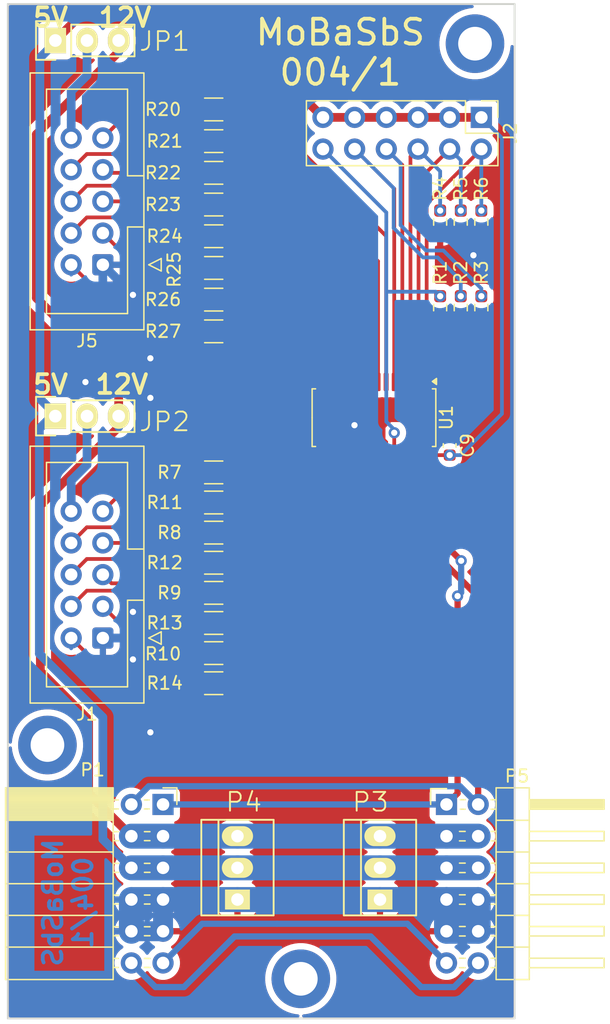
<source format=kicad_pcb>
(kicad_pcb (version 20241229) (generator "pcbnew") (generator_version "9.0")
  (title_block (title "µProzessor-ATMEGA8") (date "2019-03-04") (rev "1") (comment 2 "MoBaSbS-004") (comment 3 "µProzessor Board-ATMEGA8") (comment 4 "MoBaSbS"))
  (layers (0 "F.Cu" signal) (2 "B.Cu" signal) (13 "F.Paste" user) (15 "B.Paste" user) (5 "F.SilkS" user "F.Silkscreen") (7 "B.SilkS" user "B.Silkscreen") (1 "F.Mask" user) (3 "B.Mask" user) (25 "Edge.Cuts" user))
  (net 0 "")
  (net 1 "+5V")
  (net 2 "GND")
  (net 6 "/LED_8")
  (net 7 "/LED_15")
  (net 8 "+12V")
  (net 9 "/LED_14")
  (net 10 "/LED_11")
  (net 11 "/LED_12")
  (net 12 "/LED_9")
  (net 13 "Net-(J1-Pin_10)")
  (net 14 "/LED_10")
  (net 15 "/LED_13")
  (net 16 "Net-(J2-Pin_2)")
  (net 17 "Net-(J2-Pin_12)")
  (net 18 "Net-(J2-Pin_8)")
  (net 19 "Net-(J2-Pin_4)")
  (net 20 "Net-(J2-Pin_6)")
  (net 21 "Net-(J2-Pin_10)")
  (net 22 "/LED_6")
  (net 23 "/LED_3")
  (net 24 "/LED_1")
  (net 25 "/LED_2")
  (net 26 "/LED_7")
  (net 27 "/LED_4")
  (net 28 "/LED_0")
  (net 29 "Net-(J5-Pin_10)")
  (net 30 "/LED_5")
  (net 31 "/I2C_SDA")
  (net 32 "Net-(P1-Pin_11)")
  (net 33 "/I2C_SCL")
  (net 34 "Net-(P1-Pin_12)")
  (net 35 "Net-(U1-LED14)")
  (net 36 "Net-(U1-LED9)")
  (net 37 "Net-(U1-LED11)")
  (net 38 "Net-(U1-LED13)")
  (net 39 "Net-(U1-LED15)")
  (net 40 "Net-(U1-LED0)")
  (net 41 "Net-(U1-LED1)")
  (net 42 "Net-(U1-LED2)")
  (net 43 "Net-(U1-LED3)")
  (net 44 "Net-(U1-LED4)")
  (net 45 "Net-(U1-LED5)")
  (net 46 "Net-(U1-LED6)")
  (net 47 "Net-(U1-LED7)")
  (net 48 "Net-(U1-LED10)")
  (net 50 "Net-(U1-LED8)")
  (net 51 "Net-(U1-LED12)")
  (footprint "Connector_IDC:IDC-Header_2x05_P2.54mm_Vertical" (layer "F.Cu") (at 96.266 135.255 180)
    (property "Reference" "J1" (at 1.27 -6.1 0) (layer "F.SilkS"))
    (property "Value" "Conn_02x05_Counter_Clockwise" (hide yes))
    (pad "1" thru_hole roundrect (at 0 0 180) (size 1.7 1.7) (drill 1) (layers "*.Cu" "*.Mask") (roundrect_rratio 0.147059) (net 2 "GND"))
    (pad "2" thru_hole circle (at 2.54 0 180) (size 1.7 1.7) (drill 1) (layers "*.Cu" "*.Mask") (net 6 "/LED_8"))
    (pad "3" thru_hole circle (at 0 2.54 180) (size 1.7 1.7) (drill 1) (layers "*.Cu" "*.Mask") (net 12 "/LED_9"))
    (pad "4" thru_hole circle (at 2.54 2.54 180) (size 1.7 1.7) (drill 1) (layers "*.Cu" "*.Mask") (net 14 "/LED_10"))
    (pad "5" thru_hole circle (at 0 5.08 180) (size 1.7 1.7) (drill 1) (layers "*.Cu" "*.Mask") (net 10 "/LED_11"))
    (pad "6" thru_hole circle (at 2.54 5.08 180) (size 1.7 1.7) (drill 1) (layers "*.Cu" "*.Mask") (net 11 "/LED_12"))
    (pad "7" thru_hole circle (at 0 7.62 180) (size 1.7 1.7) (drill 1) (layers "*.Cu" "*.Mask") (net 15 "/LED_13"))
    (pad "8" thru_hole circle (at 2.54 7.62 180) (size 1.7 1.7) (drill 1) (layers "*.Cu" "*.Mask") (net 9 "/LED_14"))
    (pad "9" thru_hole circle (at 0 10.16 180) (size 1.7 1.7) (drill 1) (layers "*.Cu" "*.Mask") (net 7 "/LED_15"))
    (pad "10" thru_hole circle (at 2.54 10.16 180) (size 1.7 1.7) (drill 1) (layers "*.Cu" "*.Mask") (net 13 "Net-(J1-Pin_10)"))
  )
  (footprint "Connector_PinHeader_2.54mm:PinHeader_2x06_P2.54mm_Vertical" (layer "F.Cu") (at 126.619 93.5355 -90)
    (property "Reference" "J2" (at 1.27 -2.33 90) (layer "F.SilkS"))
    (property "Value" "Conn_02x06_Odd_Even" (hide yes))
    (pad "1" thru_hole rect (at 0 0 270) (size 1.7 1.7) (drill 1) (layers "*.Cu" "*.Mask") (net 1 "+5V"))
    (pad "2" thru_hole oval (at 2.54 0 270) (size 1.7 1.7) (drill 1) (layers "*.Cu" "*.Mask") (net 16 "Net-(J2-Pin_2)"))
    (pad "3" thru_hole oval (at 0 2.54 270) (size 1.7 1.7) (drill 1) (layers "*.Cu" "*.Mask") (net 1 "+5V"))
    (pad "4" thru_hole oval (at 2.54 2.54 270) (size 1.7 1.7) (drill 1) (layers "*.Cu" "*.Mask") (net 19 "Net-(J2-Pin_4)"))
    (pad "5" thru_hole oval (at 0 5.08 270) (size 1.7 1.7) (drill 1) (layers "*.Cu" "*.Mask") (net 1 "+5V"))
    (pad "6" thru_hole oval (at 2.54 5.08 270) (size 1.7 1.7) (drill 1) (layers "*.Cu" "*.Mask") (net 20 "Net-(J2-Pin_6)"))
    (pad "7" thru_hole oval (at 0 7.62 270) (size 1.7 1.7) (drill 1) (layers "*.Cu" "*.Mask") (net 1 "+5V"))
    (pad "8" thru_hole oval (at 2.54 7.62 270) (size 1.7 1.7) (drill 1) (layers "*.Cu" "*.Mask") (net 18 "Net-(J2-Pin_8)"))
    (pad "9" thru_hole oval (at 0 10.16 270) (size 1.7 1.7) (drill 1) (layers "*.Cu" "*.Mask") (net 1 "+5V"))
    (pad "10" thru_hole oval (at 2.54 10.16 270) (size 1.7 1.7) (drill 1) (layers "*.Cu" "*.Mask") (net 21 "Net-(J2-Pin_10)"))
    (pad "11" thru_hole oval (at 0 12.7 270) (size 1.7 1.7) (drill 1) (layers "*.Cu" "*.Mask") (net 1 "+5V"))
    (pad "12" thru_hole oval (at 2.54 12.7 270) (size 1.7 1.7) (drill 1) (layers "*.Cu" "*.Mask") (net 17 "Net-(J2-Pin_12)"))
  )
  (footprint "Connector_PinSocket_2.54mm:PinSocket_2x06_P2.54mm_Horizontal" (layer "F.Cu") (at 101.092 148.59)
    (property "Reference" "P1" (at -5.65 -2.77 0) (layer "F.SilkS"))
    (property "Value" "2x5_Buchse")
    (pad "1" thru_hole rect (at 0 0) (size 1.7 1.7) (drill 1) (layers "*.Cu" "*.Mask") (net 31 "/I2C_SDA"))
    (pad "2" thru_hole oval (at -2.54 0) (size 1.7 1.7) (drill 1) (layers "*.Cu" "*.Mask") (net 33 "/I2C_SCL"))
    (pad "3" thru_hole oval (at 0 2.54) (size 1.7 1.7) (drill 1) (layers "*.Cu" "*.Mask") (net 8 "+12V"))
    (pad "4" thru_hole oval (at -2.54 2.54) (size 1.7 1.7) (drill 1) (layers "*.Cu" "*.Mask") (net 8 "+12V"))
    (pad "5" thru_hole oval (at 0 5.08) (size 1.7 1.7) (drill 1) (layers "*.Cu" "*.Mask") (net 1 "+5V"))
    (pad "6" thru_hole oval (at -2.54 5.08) (size 1.7 1.7) (drill 1) (layers "*.Cu" "*.Mask") (net 1 "+5V"))
    (pad "7" thru_hole oval (at 0 7.62) (size 1.7 1.7) (drill 1) (layers "*.Cu" "*.Mask") (net 2 "GND"))
    (pad "8" thru_hole oval (at -2.54 7.62) (size 1.7 1.7) (drill 1) (layers "*.Cu" "*.Mask") (net 2 "GND"))
    (pad "9" thru_hole oval (at 0 10.16) (size 1.7 1.7) (drill 1) (layers "*.Cu" "*.Mask") (net 2 "GND"))
    (pad "10" thru_hole oval (at -2.54 10.16) (size 1.7 1.7) (drill 1) (layers "*.Cu" "*.Mask") (net 2 "GND"))
    (pad "11" thru_hole oval (at 0 12.7) (size 1.7 1.7) (drill 1) (layers "*.Cu" "*.Mask") (net 32 "Net-(P1-Pin_11)"))
    (pad "12" thru_hole oval (at -2.54 12.7) (size 1.7 1.7) (drill 1) (layers "*.Cu" "*.Mask") (net 34 "Net-(P1-Pin_12)"))
  )
  (footprint "Resistor_SMD:R_1206_3216Metric_Pad1.30x1.75mm_HandSolder" (layer "F.Cu") (at 105.156 136.4615)
    (property "Reference" "R10" (at -4.064 0.0635 0) (layer "F.SilkS"))
    (property "Value" "R" (hide yes))
    (pad "1" smd roundrect (at -1.55 0) (size 1.3 1.75) (layers "F.Cu" "F.Mask" "F.Paste") (roundrect_rratio 0.192308) (net 12 "/LED_9"))
    (pad "2" smd roundrect (at 1.55 0) (size 1.3 1.75) (layers "F.Cu" "F.Mask" "F.Paste") (roundrect_rratio 0.192308) (net 35 "Net-(U1-LED14)"))
  )
  (footprint "Resistor_SMD:R_1206_3216Metric_Pad1.30x1.75mm_HandSolder" (layer "F.Cu") (at 105.156 124.3965)
    (property "Reference" "R11" (at -3.937 0 0) (layer "F.SilkS"))
    (property "Value" "R" (hide yes))
    (pad "1" smd roundrect (at -1.55 0) (size 1.3 1.75) (layers "F.Cu" "F.Mask" "F.Paste") (roundrect_rratio 0.192308) (net 9 "/LED_14"))
    (pad "2" smd roundrect (at 1.55 0) (size 1.3 1.75) (layers "F.Cu" "F.Mask" "F.Paste") (roundrect_rratio 0.192308) (net 36 "Net-(U1-LED9)"))
  )
  (footprint "Resistor_SMD:R_1206_3216Metric_Pad1.30x1.75mm_HandSolder" (layer "F.Cu") (at 105.156 129.2225)
    (property "Reference" "R12" (at -3.937 0 0) (layer "F.SilkS"))
    (property "Value" "R" (hide yes))
    (pad "1" smd roundrect (at -1.55 0) (size 1.3 1.75) (layers "F.Cu" "F.Mask" "F.Paste") (roundrect_rratio 0.192308) (net 11 "/LED_12"))
    (pad "2" smd roundrect (at 1.55 0) (size 1.3 1.75) (layers "F.Cu" "F.Mask" "F.Paste") (roundrect_rratio 0.192308) (net 37 "Net-(U1-LED11)"))
  )
  (footprint "Resistor_SMD:R_1206_3216Metric_Pad1.30x1.75mm_HandSolder" (layer "F.Cu") (at 105.156 134.0485)
    (property "Reference" "R13" (at -3.937 0 0) (layer "F.SilkS"))
    (property "Value" "R" (hide yes))
    (pad "1" smd roundrect (at -1.55 0) (size 1.3 1.75) (layers "F.Cu" "F.Mask" "F.Paste") (roundrect_rratio 0.192308) (net 14 "/LED_10"))
    (pad "2" smd roundrect (at 1.55 0) (size 1.3 1.75) (layers "F.Cu" "F.Mask" "F.Paste") (roundrect_rratio 0.192308) (net 38 "Net-(U1-LED13)"))
  )
  (footprint "Resistor_SMD:R_1206_3216Metric_Pad1.30x1.75mm_HandSolder" (layer "F.Cu") (at 105.156 138.8745)
    (property "Reference" "R14" (at -3.937 0 0) (layer "F.SilkS"))
    (property "Value" "R" (hide yes))
    (pad "1" smd roundrect (at -1.55 0) (size 1.3 1.75) (layers "F.Cu" "F.Mask" "F.Paste") (roundrect_rratio 0.192308) (net 6 "/LED_8"))
    (pad "2" smd roundrect (at 1.55 0) (size 1.3 1.75) (layers "F.Cu" "F.Mask" "F.Paste") (roundrect_rratio 0.192308) (net 39 "Net-(U1-LED15)"))
  )
  (footprint "Resistor_SMD:R_1206_3216Metric_Pad1.30x1.75mm_HandSolder" (layer "F.Cu") (at 105.156 92.9005)
    (property "Reference" "R20" (at -4.064 0 0) (layer "F.SilkS"))
    (property "Value" "R" (hide yes))
    (pad "1" smd roundrect (at -1.55 0) (size 1.3 1.75) (layers "F.Cu" "F.Mask" "F.Paste") (roundrect_rratio 0.192308) (net 26 "/LED_7"))
    (pad "2" smd roundrect (at 1.55 0) (size 1.3 1.75) (layers "F.Cu" "F.Mask" "F.Paste") (roundrect_rratio 0.192308) (net 40 "Net-(U1-LED0)"))
  )
  (footprint "Resistor_SMD:R_1206_3216Metric_Pad1.30x1.75mm_HandSolder" (layer "F.Cu") (at 105.156 95.4405)
    (property "Reference" "R21" (at -3.937 0 0) (layer "F.SilkS"))
    (property "Value" "R" (hide yes))
    (pad "1" smd roundrect (at -1.55 0) (size 1.3 1.75) (layers "F.Cu" "F.Mask" "F.Paste") (roundrect_rratio 0.192308) (net 22 "/LED_6"))
    (pad "2" smd roundrect (at 1.55 0) (size 1.3 1.75) (layers "F.Cu" "F.Mask" "F.Paste") (roundrect_rratio 0.192308) (net 41 "Net-(U1-LED1)"))
  )
  (footprint "Resistor_SMD:R_1206_3216Metric_Pad1.30x1.75mm_HandSolder" (layer "F.Cu") (at 105.156 97.9805)
    (property "Reference" "R22" (at -4.064 0 0) (layer "F.SilkS"))
    (property "Value" "R" (hide yes))
    (pad "1" smd roundrect (at -1.55 0) (size 1.3 1.75) (layers "F.Cu" "F.Mask" "F.Paste") (roundrect_rratio 0.192308) (net 30 "/LED_5"))
    (pad "2" smd roundrect (at 1.55 0) (size 1.3 1.75) (layers "F.Cu" "F.Mask" "F.Paste") (roundrect_rratio 0.192308) (net 42 "Net-(U1-LED2)"))
  )
  (footprint "Resistor_SMD:R_1206_3216Metric_Pad1.30x1.75mm_HandSolder" (layer "F.Cu") (at 105.156 100.5205)
    (property "Reference" "R23" (at -4.064 0 0) (layer "F.SilkS"))
    (property "Value" "R" (hide yes))
    (pad "1" smd roundrect (at -1.55 0) (size 1.3 1.75) (layers "F.Cu" "F.Mask" "F.Paste") (roundrect_rratio 0.192308) (net 27 "/LED_4"))
    (pad "2" smd roundrect (at 1.55 0) (size 1.3 1.75) (layers "F.Cu" "F.Mask" "F.Paste") (roundrect_rratio 0.192308) (net 43 "Net-(U1-LED3)"))
  )
  (footprint "Resistor_SMD:R_1206_3216Metric_Pad1.30x1.75mm_HandSolder" (layer "F.Cu") (at 105.156 103.0605)
    (property "Reference" "R24" (at -3.937 0 0) (layer "F.SilkS"))
    (property "Value" "R" (hide yes))
    (pad "1" smd roundrect (at -1.55 0) (size 1.3 1.75) (layers "F.Cu" "F.Mask" "F.Paste") (roundrect_rratio 0.192308) (net 23 "/LED_3"))
    (pad "2" smd roundrect (at 1.55 0) (size 1.3 1.75) (layers "F.Cu" "F.Mask" "F.Paste") (roundrect_rratio 0.192308) (net 44 "Net-(U1-LED4)"))
  )
  (footprint "Resistor_SMD:R_1206_3216Metric_Pad1.30x1.75mm_HandSolder" (layer "F.Cu") (at 105.156 105.6005)
    (property "Reference" "R25" (at -3.175 0.127 90) (layer "F.SilkS"))
    (property "Value" "R" (hide yes))
    (pad "1" smd roundrect (at -1.55 0) (size 1.3 1.75) (layers "F.Cu" "F.Mask" "F.Paste") (roundrect_rratio 0.192308) (net 25 "/LED_2"))
    (pad "2" smd roundrect (at 1.55 0) (size 1.3 1.75) (layers "F.Cu" "F.Mask" "F.Paste") (roundrect_rratio 0.192308) (net 45 "Net-(U1-LED5)"))
  )
  (footprint "Resistor_SMD:R_1206_3216Metric_Pad1.30x1.75mm_HandSolder" (layer "F.Cu") (at 105.156 108.1405)
    (property "Reference" "R26" (at -4.064 0 0) (layer "F.SilkS"))
    (property "Value" "R" (hide yes))
    (pad "1" smd roundrect (at -1.55 0) (size 1.3 1.75) (layers "F.Cu" "F.Mask" "F.Paste") (roundrect_rratio 0.192308) (net 24 "/LED_1"))
    (pad "2" smd roundrect (at 1.55 0) (size 1.3 1.75) (layers "F.Cu" "F.Mask" "F.Paste") (roundrect_rratio 0.192308) (net 46 "Net-(U1-LED6)"))
  )
  (footprint "Resistor_SMD:R_1206_3216Metric_Pad1.30x1.75mm_HandSolder" (layer "F.Cu") (at 105.156 110.6805)
    (property "Reference" "R27" (at -4.064 0 0) (layer "F.SilkS"))
    (property "Value" "R" (hide yes))
    (pad "1" smd roundrect (at -1.55 0) (size 1.3 1.75) (layers "F.Cu" "F.Mask" "F.Paste") (roundrect_rratio 0.192308) (net 28 "/LED_0"))
    (pad "2" smd roundrect (at 1.55 0) (size 1.3 1.75) (layers "F.Cu" "F.Mask" "F.Paste") (roundrect_rratio 0.192308) (net 47 "Net-(U1-LED7)"))
  )
  (footprint "Pin_Headers:Pin_Header_Straight_1x03" (layer "F.Cu") (at 92.456 87.376 90)
    (property "Reference" "JP1" (at -0.0635 8.763 180) (layer "F.SilkS") (effects (font (size 1.5 1.5))))
    (property "Value" "JUMPER3" (hide yes))
    (pad "1" thru_hole rect (at 0 0 90) (size 2.032 1.7272) (drill 1.016) (layers "*.Cu" "*.Mask" "F.SilkS") (net 1 "+5V"))
    (pad "2" thru_hole oval (at 0 2.54 90) (size 2.032 1.7272) (drill 1.016) (layers "*.Cu" "*.Mask" "F.SilkS") (net 29 "Net-(J5-Pin_10)"))
    (pad "3" thru_hole oval (at 0 5.08 90) (size 2.032 1.7272) (drill 1.016) (layers "*.Cu" "*.Mask" "F.SilkS") (net 8 "+12V"))
  )
  (footprint "Pin_Headers:Pin_Header_Straight_1x03" (layer "F.Cu") (at 92.456 117.475 90)
    (property "Reference" "JP2" (at -0.4445 8.763 180) (layer "F.SilkS") (effects (font (size 1.5 1.5))))
    (property "Value" "JUMPER3" (hide yes))
    (pad "1" thru_hole rect (at 0 0 90) (size 2.032 1.7272) (drill 1.016) (layers "*.Cu" "*.Mask" "F.SilkS") (net 1 "+5V"))
    (pad "2" thru_hole oval (at 0 2.54 90) (size 2.032 1.7272) (drill 1.016) (layers "*.Cu" "*.Mask" "F.SilkS") (net 13 "Net-(J1-Pin_10)"))
    (pad "3" thru_hole oval (at 0 5.08 90) (size 2.032 1.7272) (drill 1.016) (layers "*.Cu" "*.Mask" "F.SilkS") (net 8 "+12V"))
  )
  (footprint "StefanFootPin:PSS254-3G" (layer "F.Cu") (at 118.491 156.21 90)
    (property "Reference" "P3" (at 7.8105 -0.762 180) (layer "F.SilkS") (effects (font (size 1.5 1.5))))
    (property "Value" "PSS-3G" (hide yes))
    (pad "1" thru_hole rect (at 0 0 90) (size 1.6 2) (drill 1) (layers "*.Cu" "*.Mask" "F.SilkS") (net 2 "GND"))
    (pad "2" thru_hole oval (at 2.54 0 90) (size 1.6 2.5) (drill 1) (layers "*.Cu" "*.Mask" "F.SilkS") (net 1 "+5V"))
    (pad "3" thru_hole oval (at 5.08 0 90) (size 1.6 2.5) (drill 1) (layers "*.Cu" "*.Mask" "F.SilkS") (net 8 "+12V"))
  )
  (footprint "StefanFootPin:PSS254-3G" (layer "F.Cu") (at 107.061 156.21 90)
    (property "Reference" "P4" (at 7.8105 0.508 180) (layer "F.SilkS") (effects (font (size 1.5 1.5))))
    (property "Value" "PSS-3G" (hide yes))
    (pad "1" thru_hole rect (at 0 0 90) (size 1.6 2) (drill 1) (layers "*.Cu" "*.Mask" "F.SilkS") (net 2 "GND"))
    (pad "2" thru_hole oval (at 2.54 0 90) (size 1.6 2.5) (drill 1) (layers "*.Cu" "*.Mask" "F.SilkS") (net 1 "+5V"))
    (pad "3" thru_hole oval (at 5.08 0 90) (size 1.6 2.5) (drill 1) (layers "*.Cu" "*.Mask" "F.SilkS") (net 8 "+12V"))
  )
  (footprint "Resistor_SMD:R_0603_1608Metric_Pad0.98x0.95mm_HandSolder" (layer "F.Cu") (at 124.968 108.7755 90)
    (property "Reference" "R2" (at 2.794 0 90) (layer "F.SilkS"))
    (property "Value" "R" (hide yes))
    (pad "1" smd roundrect (at -0.9125 0 90) (size 0.975 0.95) (layers "F.Cu" "F.Mask" "F.Paste") (net 2 "GND"))
    (pad "2" smd roundrect (at 0.9125 0 90) (size 0.975 0.95) (layers "F.Cu" "F.Mask" "F.Paste") (net 21 "Net-(J2-Pin_10)"))
  )
  (footprint "Resistor_SMD:R_0603_1608Metric_Pad0.98x0.95mm_HandSolder" (layer "F.Cu") (at 126.619 101.9175 90)
    (property "Reference" "R6" (at 2.667 0 90) (layer "F.SilkS"))
    (property "Value" "R" (hide yes))
    (pad "1" smd roundrect (at -0.9125 0 90) (size 0.975 0.95) (layers "F.Cu" "F.Mask" "F.Paste") (net 2 "GND"))
    (pad "2" smd roundrect (at 0.9125 0 90) (size 0.975 0.95) (layers "F.Cu" "F.Mask" "F.Paste") (net 16 "Net-(J2-Pin_2)"))
  )
  (footprint "Resistor_SMD:R_0603_1608Metric_Pad0.98x0.95mm_HandSolder" (layer "F.Cu") (at 123.317 108.7755 90)
    (property "Reference" "R1" (at 2.794 0 90) (layer "F.SilkS"))
    (property "Value" "R" (hide yes))
    (pad "1" smd roundrect (at -0.9125 0 90) (size 0.975 0.95) (layers "F.Cu" "F.Mask" "F.Paste") (net 2 "GND"))
    (pad "2" smd roundrect (at 0.9125 0 90) (size 0.975 0.95) (layers "F.Cu" "F.Mask" "F.Paste") (net 17 "Net-(J2-Pin_12)"))
  )
  (footprint "MountingHole:MountingHole_2.7mm_M2.5_DIN965_Pad" (layer "F.Cu") (at 91.821 143.8275)
    (property "Reference" "H1" (hide yes))
    (property "Value" "MountingHole_Pad" (hide yes))
    (pad "1" thru_hole circle (at 0 0) (size 4.7 4.7) (drill 2.7) (layers "*.Cu" "*.Mask"))
  )
  (footprint "Capacitor_SMD:C_0603_1608Metric" (layer "F.Cu") (at 124.079 119.8245 -90)
    (property "Reference" "C9" (at 0 -1.43 90) (layer "F.SilkS"))
    (property "Value" "100nF")
    (pad "1" smd roundrect (at -0.775 0 270) (size 0.9 0.95) (layers "F.Cu" "F.Mask" "F.Paste") (net 2 "GND"))
    (pad "2" smd roundrect (at 0.775 0 270) (size 0.9 0.95) (layers "F.Cu" "F.Mask" "F.Paste") (net 1 "+5V"))
  )
  (footprint "Connector_IDC:IDC-Header_2x05_P2.54mm_Vertical" (layer "F.Cu") (at 96.266 105.3465 180)
    (property "Reference" "J5" (at 1.27 -6.1 0) (layer "F.SilkS"))
    (property "Value" "Conn_02x05_Counter_Clockwise" (hide yes))
    (pad "1" thru_hole roundrect (at 0 0 180) (size 1.7 1.7) (drill 1) (layers "*.Cu" "*.Mask") (roundrect_rratio 0.147059) (net 2 "GND"))
    (pad "2" thru_hole circle (at 2.54 0 180) (size 1.7 1.7) (drill 1) (layers "*.Cu" "*.Mask") (net 28 "/LED_0"))
    (pad "3" thru_hole circle (at 0 2.54 180) (size 1.7 1.7) (drill 1) (layers "*.Cu" "*.Mask") (net 24 "/LED_1"))
    (pad "4" thru_hole circle (at 2.54 2.54 180) (size 1.7 1.7) (drill 1) (layers "*.Cu" "*.Mask") (net 25 "/LED_2"))
    (pad "5" thru_hole circle (at 0 5.08 180) (size 1.7 1.7) (drill 1) (layers "*.Cu" "*.Mask") (net 23 "/LED_3"))
    (pad "6" thru_hole circle (at 2.54 5.08 180) (size 1.7 1.7) (drill 1) (layers "*.Cu" "*.Mask") (net 27 "/LED_4"))
    (pad "7" thru_hole circle (at 0 7.62 180) (size 1.7 1.7) (drill 1) (layers "*.Cu" "*.Mask") (net 30 "/LED_5"))
    (pad "8" thru_hole circle (at 2.54 7.62 180) (size 1.7 1.7) (drill 1) (layers "*.Cu" "*.Mask") (net 22 "/LED_6"))
    (pad "9" thru_hole circle (at 0 10.16 180) (size 1.7 1.7) (drill 1) (layers "*.Cu" "*.Mask") (net 26 "/LED_7"))
    (pad "10" thru_hole circle (at 2.54 10.16 180) (size 1.7 1.7) (drill 1) (layers "*.Cu" "*.Mask") (net 29 "Net-(J5-Pin_10)"))
  )
  (footprint "Package_SO:TSSOP-28_4.4x9.7mm_P0.65mm" (layer "F.Cu") (at 118.009 117.597 -90)
    (property "Reference" "U1" (at 0 -5.8 90) (layer "F.SilkS"))
    (property "Value" "PCA9685PW")
    (pad "1" smd roundrect (at -2.8625 -4.225 270) (size 1.475 0.4) (layers "F.Cu" "F.Mask" "F.Paste") (net 16 "Net-(J2-Pin_2)"))
    (pad "2" smd roundrect (at -2.8625 -3.575 270) (size 1.475 0.4) (layers "F.Cu" "F.Mask" "F.Paste") (net 19 "Net-(J2-Pin_4)"))
    (pad "3" smd roundrect (at -2.8625 -2.925 270) (size 1.475 0.4) (layers "F.Cu" "F.Mask" "F.Paste") (net 20 "Net-(J2-Pin_6)"))
    (pad "4" smd roundrect (at -2.8625 -2.275 270) (size 1.475 0.4) (layers "F.Cu" "F.Mask" "F.Paste") (net 18 "Net-(J2-Pin_8)"))
    (pad "5" smd roundrect (at -2.8625 -1.625 270) (size 1.475 0.4) (layers "F.Cu" "F.Mask" "F.Paste") (net 21 "Net-(J2-Pin_10)"))
    (pad "6" smd roundrect (at -2.8625 -0.975 270) (size 1.475 0.4) (layers "F.Cu" "F.Mask" "F.Paste") (net 40 "Net-(U1-LED0)"))
    (pad "7" smd roundrect (at -2.8625 -0.325 270) (size 1.475 0.4) (layers "F.Cu" "F.Mask" "F.Paste") (net 41 "Net-(U1-LED1)"))
    (pad "8" smd roundrect (at -2.8625 0.325 270) (size 1.475 0.4) (layers "F.Cu" "F.Mask" "F.Paste") (net 42 "Net-(U1-LED2)"))
    (pad "9" smd roundrect (at -2.8625 0.975 270) (size 1.475 0.4) (layers "F.Cu" "F.Mask" "F.Paste") (net 43 "Net-(U1-LED3)"))
    (pad "10" smd roundrect (at -2.8625 1.625 270) (size 1.475 0.4) (layers "F.Cu" "F.Mask" "F.Paste") (net 44 "Net-(U1-LED4)"))
    (pad "11" smd roundrect (at -2.8625 2.275 270) (size 1.475 0.4) (layers "F.Cu" "F.Mask" "F.Paste") (net 45 "Net-(U1-LED5)"))
    (pad "12" smd roundrect (at -2.8625 2.925 270) (size 1.475 0.4) (layers "F.Cu" "F.Mask" "F.Paste") (net 46 "Net-(U1-LED6)"))
    (pad "13" smd roundrect (at -2.8625 3.575 270) (size 1.475 0.4) (layers "F.Cu" "F.Mask" "F.Paste") (net 47 "Net-(U1-LED7)"))
    (pad "14" smd roundrect (at -2.8625 4.225 270) (size 1.475 0.4) (layers "F.Cu" "F.Mask" "F.Paste") (net 2 "GND"))
    (pad "15" smd roundrect (at 2.8625 4.225 270) (size 1.475 0.4) (layers "F.Cu" "F.Mask" "F.Paste") (net 50 "Net-(U1-LED8)"))
    (pad "16" smd roundrect (at 2.8625 3.575 270) (size 1.475 0.4) (layers "F.Cu" "F.Mask" "F.Paste") (net 36 "Net-(U1-LED9)"))
    (pad "17" smd roundrect (at 2.8625 2.925 270) (size 1.475 0.4) (layers "F.Cu" "F.Mask" "F.Paste") (net 48 "Net-(U1-LED10)"))
    (pad "18" smd roundrect (at 2.8625 2.275 270) (size 1.475 0.4) (layers "F.Cu" "F.Mask" "F.Paste") (net 37 "Net-(U1-LED11)"))
    (pad "19" smd roundrect (at 2.8625 1.625 270) (size 1.475 0.4) (layers "F.Cu" "F.Mask" "F.Paste") (net 51 "Net-(U1-LED12)"))
    (pad "20" smd roundrect (at 2.8625 0.975 270) (size 1.475 0.4) (layers "F.Cu" "F.Mask" "F.Paste") (net 38 "Net-(U1-LED13)"))
    (pad "21" smd roundrect (at 2.8625 0.325 270) (size 1.475 0.4) (layers "F.Cu" "F.Mask" "F.Paste") (net 35 "Net-(U1-LED14)"))
    (pad "22" smd roundrect (at 2.8625 -0.325 270) (size 1.475 0.4) (layers "F.Cu" "F.Mask" "F.Paste") (net 39 "Net-(U1-LED15)"))
    (pad "23" smd roundrect (at 2.8625 -0.975 270) (size 1.475 0.4) (layers "F.Cu" "F.Mask" "F.Paste") (net 2 "GND"))
    (pad "24" smd roundrect (at 2.8625 -1.625 270) (size 1.475 0.4) (layers "F.Cu" "F.Mask" "F.Paste") (net 17 "Net-(J2-Pin_12)"))
    (pad "25" smd roundrect (at 2.8625 -2.275 270) (size 1.475 0.4) (layers "F.Cu" "F.Mask" "F.Paste"))
    (pad "26" smd roundrect (at 2.8625 -2.925 270) (size 1.475 0.4) (layers "F.Cu" "F.Mask" "F.Paste") (net 33 "/I2C_SCL"))
    (pad "27" smd roundrect (at 2.8625 -3.575 270) (size 1.475 0.4) (layers "F.Cu" "F.Mask" "F.Paste") (net 31 "/I2C_SDA"))
    (pad "28" smd roundrect (at 2.8625 -4.225 270) (size 1.475 0.4) (layers "F.Cu" "F.Mask" "F.Paste") (net 1 "+5V"))
  )
  (footprint "Resistor_SMD:R_0603_1608Metric_Pad0.98x0.95mm_HandSolder" (layer "F.Cu") (at 124.968 101.9175 90)
    (property "Reference" "R5" (at 2.667 0 90) (layer "F.SilkS"))
    (property "Value" "R" (hide yes))
    (pad "1" smd roundrect (at -0.9125 0 90) (size 0.975 0.95) (layers "F.Cu" "F.Mask" "F.Paste") (net 2 "GND"))
    (pad "2" smd roundrect (at 0.9125 0 90) (size 0.975 0.95) (layers "F.Cu" "F.Mask" "F.Paste") (net 19 "Net-(J2-Pin_4)"))
  )
  (footprint "MountingHole:MountingHole_2.7mm_M2.5_DIN965_Pad" (layer "F.Cu") (at 126.111 87.63)
    (property "Reference" "H2" (hide yes))
    (property "Value" "MountingHole_Pad" (hide yes))
    (pad "1" thru_hole circle (at 0 0) (size 4.7 4.7) (drill 2.7) (layers "*.Cu" "*.Mask"))
  )
  (footprint "Resistor_SMD:R_0603_1608Metric_Pad0.98x0.95mm_HandSolder" (layer "F.Cu") (at 126.619 108.7755 90)
    (property "Reference" "R3" (at 2.794 0 90) (layer "F.SilkS"))
    (property "Value" "R" (hide yes))
    (pad "1" smd roundrect (at -0.9125 0 90) (size 0.975 0.95) (layers "F.Cu" "F.Mask" "F.Paste") (net 2 "GND"))
    (pad "2" smd roundrect (at 0.9125 0 90) (size 0.975 0.95) (layers "F.Cu" "F.Mask" "F.Paste") (net 18 "Net-(J2-Pin_8)"))
  )
  (footprint "Resistor_SMD:R_1206_3216Metric_Pad1.30x1.75mm_HandSolder" (layer "F.Cu") (at 105.156 126.8095)
    (property "Reference" "R8" (at -3.556 0 0) (layer "F.SilkS"))
    (property "Value" "R" (hide yes))
    (pad "1" smd roundrect (at -1.55 0) (size 1.3 1.75) (layers "F.Cu" "F.Mask" "F.Paste") (roundrect_rratio 0.192308) (net 15 "/LED_13"))
    (pad "2" smd roundrect (at 1.55 0) (size 1.3 1.75) (layers "F.Cu" "F.Mask" "F.Paste") (roundrect_rratio 0.192308) (net 48 "Net-(U1-LED10)"))
  )
  (footprint "Resistor_SMD:R_1206_3216Metric_Pad1.30x1.75mm_HandSolder" (layer "F.Cu") (at 105.156 131.6355)
    (property "Reference" "R9" (at -3.556 0 0) (layer "F.SilkS"))
    (property "Value" "R" (hide yes))
    (pad "1" smd roundrect (at -1.55 0) (size 1.3 1.75) (layers "F.Cu" "F.Mask" "F.Paste") (roundrect_rratio 0.192308) (net 10 "/LED_11"))
    (pad "2" smd roundrect (at 1.55 0) (size 1.3 1.75) (layers "F.Cu" "F.Mask" "F.Paste") (roundrect_rratio 0.192308) (net 51 "Net-(U1-LED12)"))
  )
  (footprint "Resistor_SMD:R_0603_1608Metric_Pad0.98x0.95mm_HandSolder" (layer "F.Cu") (at 123.317 101.9175 90)
    (property "Reference" "R4" (at 2.667 0 90) (layer "F.SilkS"))
    (property "Value" "R" (hide yes))
    (pad "1" smd roundrect (at -0.9125 0 90) (size 0.975 0.95) (layers "F.Cu" "F.Mask" "F.Paste") (net 2 "GND"))
    (pad "2" smd roundrect (at 0.9125 0 90) (size 0.975 0.95) (layers "F.Cu" "F.Mask" "F.Paste") (net 20 "Net-(J2-Pin_6)"))
  )
  (footprint "Resistor_SMD:R_1206_3216Metric_Pad1.30x1.75mm_HandSolder" (layer "F.Cu") (at 105.156 121.9835)
    (property "Reference" "R7" (at -3.556 0 0) (layer "F.SilkS"))
    (property "Value" "R" (hide yes))
    (pad "1" smd roundrect (at -1.55 0) (size 1.3 1.75) (layers "F.Cu" "F.Mask" "F.Paste") (roundrect_rratio 0.192308) (net 7 "/LED_15"))
    (pad "2" smd roundrect (at 1.55 0) (size 1.3 1.75) (layers "F.Cu" "F.Mask" "F.Paste") (roundrect_rratio 0.192308) (net 50 "Net-(U1-LED8)"))
  )
  (footprint "MountingHole:MountingHole_2.7mm_M2.5_DIN965_Pad" (layer "F.Cu") (at 112.141 162.56)
    (property "Reference" "H4" (hide yes))
    (property "Value" "MountingHole_Pad" (hide yes))
    (pad "1" thru_hole circle (at 0 0) (size 4.7 4.7) (drill 2.7) (layers "*.Cu" "*.Mask"))
  )
  (footprint "Connector_PinHeader_2.54mm:PinHeader_2x06_P2.54mm_Horizontal" (layer "F.Cu") (at 123.825 148.59)
    (property "Reference" "P5" (at 5.655 -2.27 0) (layer "F.SilkS"))
    (property "Value" "2x5_Buchse")
    (pad "1" thru_hole rect (at 0 0) (size 1.7 1.7) (drill 1) (layers "*.Cu" "*.Mask") (net 31 "/I2C_SDA"))
    (pad "2" thru_hole oval (at 2.54 0) (size 1.7 1.7) (drill 1) (layers "*.Cu" "*.Mask") (net 33 "/I2C_SCL"))
    (pad "3" thru_hole oval (at 0 2.54) (size 1.7 1.7) (drill 1) (layers "*.Cu" "*.Mask") (net 8 "+12V"))
    (pad "4" thru_hole oval (at 2.54 2.54) (size 1.7 1.7) (drill 1) (layers "*.Cu" "*.Mask") (net 8 "+12V"))
    (pad "5" thru_hole oval (at 0 5.08) (size 1.7 1.7) (drill 1) (layers "*.Cu" "*.Mask") (net 1 "+5V"))
    (pad "6" thru_hole oval (at 2.54 5.08) (size 1.7 1.7) (drill 1) (layers "*.Cu" "*.Mask") (net 1 "+5V"))
    (pad "7" thru_hole oval (at 0 7.62) (size 1.7 1.7) (drill 1) (layers "*.Cu" "*.Mask") (net 2 "GND"))
    (pad "8" thru_hole oval (at 2.54 7.62) (size 1.7 1.7) (drill 1) (layers "*.Cu" "*.Mask") (net 2 "GND"))
    (pad "9" thru_hole oval (at 0 10.16) (size 1.7 1.7) (drill 1) (layers "*.Cu" "*.Mask") (net 2 "GND"))
    (pad "10" thru_hole oval (at 2.54 10.16) (size 1.7 1.7) (drill 1) (layers "*.Cu" "*.Mask") (net 2 "GND"))
    (pad "11" thru_hole oval (at 0 12.7) (size 1.7 1.7) (drill 1) (layers "*.Cu" "*.Mask") (net 32 "Net-(P1-Pin_11)"))
    (pad "12" thru_hole oval (at 2.54 12.7) (size 1.7 1.7) (drill 1) (layers "*.Cu" "*.Mask") (net 34 "Net-(P1-Pin_12)"))
  )
  (gr_line (start 129.286 84.455) (end 88.646 84.455) (stroke (width 0.15)) (layer "Edge.Cuts"))
  (gr_line (start 129.286 165.735) (end 129.286 84.455) (stroke (width 0.15)) (layer "Edge.Cuts"))
  (gr_line (start 88.646 165.735) (end 129.286 165.735) (stroke (width 0.15)) (layer "Edge.Cuts"))
  (gr_line (start 88.646 84.455) (end 88.646 165.735) (stroke (width 0.15)) (layer "Edge.Cuts"))
  (gr_text "MoBaSbS\n004/1" (at 93.472 156.464 90) (layer "B.Cu") (effects (font (size 1.5 1.5) (thickness 0.3)) (justify mirror)))
  (gr_text "5V" (at 92.075 85.5345 0) (layer "F.SilkS") (effects (font (size 1.5 1.5) (thickness 0.3))))
  (gr_text "12V" (at 98.044 85.5345 0) (layer "F.SilkS") (effects (font (size 1.5 1.5) (thickness 0.3))))
  (gr_text "MoBaSbS\n004/1" (at 115.316 88.3285 0) (layer "F.SilkS") (effects (font (size 2 2) (thickness 0.3))))
  (gr_text "12V" (at 97.79 114.935 0) (layer "F.SilkS") (effects (font (size 1.5 1.5) (thickness 0.3))))
  (gr_text "5V" (at 92.075 114.935 0) (layer "F.SilkS") (effects (font (size 1.5 1.5) (thickness 0.3))))
  (segment (start 124.079 120.5995) (end 122.374 120.5995) (width 0.3) (layer "F.Cu") (net 1))
  (segment (start 122.374 120.5995) (end 122.234 120.4595) (width 0.3) (layer "F.Cu") (net 1))
  (segment (start 94.077 85.755) (end 106.1385 85.755) (width 0.7) (layer "F.Cu") (net 1))
  (segment (start 92.456 117.3226) (end 92.456 117.475) (width 0.7) (layer "F.Cu") (net 1))
  (segment (start 92.456 87.376) (end 94.077 85.755) (width 0.7) (layer "F.Cu") (net 1))
  (segment (start 106.1385 85.755) (end 113.919 93.5355) (width 0.7) (layer "F.Cu") (net 1))
  (segment (start 92.456 87.376) (end 92.456 87.5284) (width 0.7) (layer "F.Cu") (net 1))
  (segment (start 126.619 93.5355) (end 113.919 93.5355) (width 0.7) (layer "F.Cu") (net 1))
  (segment (start 92.456 117.475) (end 92.172132 117.475) (width 0.7) (layer "F.Cu") (net 1))
  (via (at 124.079 120.5995) (size 0.9) (drill 0.5) (layers "F.Cu" "B.Cu") (net 1))
  (segment (start 101.092 153.67) (end 98.552 153.67) (width 2) (layer "B.Cu") (net 1))
  (segment (start 124.079 120.5995) (end 124.955 120.5995) (width 0.3) (layer "B.Cu") (net 1))
  (segment (start 96.266 141.605) (end 96.266 151.384) (width 0.7) (layer "B.Cu") (net 1))
  (segment (start 126.365 153.67) (end 123.825 153.67) (width 2) (layer "B.Cu") (net 1))
  (segment (start 91.173279 136.512279) (end 96.266 141.605) (width 0.7) (layer "B.Cu") (net 1))
  (segment (start 128.27 95.1865) (end 126.619 93.5355) (width 0.3) (layer "B.Cu") (net 1))
  (segment (start 92.456 87.5284) (end 91.216164 88.768236) (width 0.7) (layer "B.Cu") (net 1))
  (segment (start 128.27 117.2845) (end 128.27 95.1865) (width 0.3) (layer "B.Cu") (net 1))
  (segment (start 91.173279 118.473853) (end 91.173279 136.512279) (width 0.7) (layer "B.Cu") (net 1))
  (segment (start 92.172132 117.475) (end 91.173279 118.473853) (width 0.7) (layer "B.Cu") (net 1))
  (segment (start 101.092 153.67) (end 107.061 153.67) (width 2) (layer "B.Cu") (net 1))
  (segment (start 124.955 120.5995) (end 128.27 117.2845) (width 0.3) (layer "B.Cu") (net 1))
  (segment (start 107.061 153.67) (end 118.491 153.67) (width 2) (layer "B.Cu") (net 1))
  (segment (start 96.266 151.384) (end 98.552 153.67) (width 0.7) (layer "B.Cu") (net 1))
  (segment (start 118.491 153.67) (end 123.825 153.67) (width 2) (layer "B.Cu") (net 1))
  (segment (start 91.216164 116.082764) (end 92.456 117.3226) (width 0.7) (layer "B.Cu") (net 1))
  (segment (start 91.216164 88.768236) (end 91.216164 116.082764) (width 0.7) (layer "B.Cu") (net 1))
  (segment (start 123.317 117.1115) (end 123.317 109.688) (width 0.5) (layer "F.Cu") (net 2))
  (segment (start 118.984 119.5555) (end 118.779 119.3505) (width 0.3) (layer "F.Cu") (net 2))
  (segment (start 122.729 117.6995) (end 124.079 119.0495) (width 0.3) (layer "F.Cu") (net 2))
  (segment (start 100.076 142.8115) (end 103.759 146.4945) (width 0.7) (layer "F.Cu") (net 2))
  (segment (start 102.593132 156.21) (end 101.092 156.21) (width 0.7) (layer "F.Cu") (net 2))
  (segment (start 127.889 104.1) (end 126.619 102.83) (width 0.5) (layer "F.Cu") (net 2))
  (segment (start 123.317 109.688) (end 126.619 109.688) (width 0.5) (layer "F.Cu") (net 2))
  (segment (start 103.759 146.4945) (end 103.759 155.044132) (width 0.7) (layer "F.Cu") (net 2))
  (segment (start 127.889 108.418) (end 127.889 104.1) (width 0.5) (layer "F.Cu") (net 2))
  (segment (start 118.779 118.200347) (end 119.279847 117.6995) (width 0.5) (layer "F.Cu") (net 2))
  (segment (start 113.784 115.53895) (end 116.445397 118.200347) (width 0.3) (layer "F.Cu") (net 2))
  (segment (start 123.317 102.83) (end 126.619 102.83) (width 0.5) (layer "F.Cu") (net 2))
  (segment (start 113.784 114.7345) (end 113.784 115.53895) (width 0.3) (layer "F.Cu") (net 2))
  (segment (start 116.445397 118.200347) (end 118.779 118.200347) (width 0.5) (layer "F.Cu") (net 2))
  (segment (start 119.279847 117.6995) (end 122.729 117.6995) (width 0.5) (layer "F.Cu") (net 2))
  (segment (start 126.619 109.688) (end 127.889 108.418) (width 0.5) (layer "F.Cu") (net 2))
  (segment (start 122.729 117.6995) (end 123.317 117.1115) (width 0.5) (layer "F.Cu") (net 2))
  (segment (start 103.759 155.044132) (end 102.593132 156.21) (width 0.7) (layer "F.Cu") (net 2))
  (segment (start 118.984 120.4595) (end 118.984 119.5555) (width 0.3) (layer "F.Cu") (net 2))
  (segment (start 118.779 119.3505) (end 118.779 118.200347) (width 0.3) (layer "F.Cu") (net 2))
  (via (at 98.679 136.9695) (size 0.9) (drill 0.5) (layers "F.Cu" "B.Cu") (net 2))
  (via (at 116.445397 118.200347) (size 0.9) (drill 0.5) (layers "F.Cu" "B.Cu") (net 2))
  (via (at 100.076 112.8395) (size 0.9) (drill 0.5) (layers "F.Cu" "B.Cu") (net 2))
  (via (at 94.869 114.7445) (size 0.9) (drill 0.5) (layers "F.Cu" "B.Cu") (net 2))
  (via (at 100.076 142.8115) (size 0.9) (drill 0.5) (layers "F.Cu" "B.Cu") (net 2))
  (via (at 125.984 104.5845) (size 0.9) (drill 0.5) (layers "F.Cu" "B.Cu") (net 2))
  (via (at 100.076 116.0145) (size 0.9) (drill 0.5) (layers "F.Cu" "B.Cu") (net 2))
  (via (at 98.679 133.1595) (size 0.9) (drill 0.5) (layers "F.Cu" "B.Cu") (net 2))
  (via (at 98.679 107.7595) (size 0.9) (drill 0.5) (layers "F.Cu" "B.Cu") (net 2))
  (segment (start 126.365 158.75) (end 123.825 158.75) (width 2) (layer "B.Cu") (net 2))
  (segment (start 96.266 106.9975) (end 94.869 108.3945) (width 0.7) (layer "B.Cu") (net 2))
  (segment (start 98.552 156.21) (end 98.552 158.75) (width 2) (layer "B.Cu") (net 2))
  (segment (start 126.365 158.75) (end 126.365 156.21) (width 2) (layer "B.Cu") (net 2))
  (segment (start 100.076 116.0145) (end 100.076 112.8395) (width 0.7) (layer "B.Cu") (net 2))
  (segment (start 101.092 156.21) (end 98.552 156.21) (width 2) (layer "B.Cu") (net 2))
  (segment (start 100.076 120.5865) (end 102.462153 118.200347) (width 0.7) (layer "B.Cu") (net 2))
  (segment (start 123.825 158.75) (end 123.825 156.21) (width 2) (layer "B.Cu") (net 2))
  (segment (start 98.679 107.7595) (end 96.266 105.3465) (width 0.7) (layer "B.Cu") (net 2))
  (segment (start 100.076 136.8425) (end 98.4885 135.255) (width 0.7) (layer "B.Cu") (net 2))
  (segment (start 101.092 158.75) (end 101.092 156.21) (width 1.6) (layer "B.Cu") (net 2))
  (segment (start 101.092 156.21) (end 107.061 156.21) (width 2) (layer "B.Cu") (net 2))
  (segment (start 100.076 142.8115) (end 100.076 136.8425) (width 0.7) (layer "B.Cu") (net 2))
  (segment (start 107.061 156.21) (end 115.951 156.21) (width 2) (layer "B.Cu") (net 2))
  (segment (start 102.462153 118.200347) (end 116.445397 118.200347) (width 0.7) (layer "B.Cu") (net 2))
  (segment (start 96.266 105.3465) (end 96.266 106.9975) (width 0.7) (layer "B.Cu") (net 2))
  (segment (start 118.491 156.21) (end 123.825 156.21) (width 2) (layer "B.Cu") (net 2))
  (segment (start 100.076 112.8395) (end 100.076 109.1565) (width 0.7) (layer "B.Cu") (net 2))
  (segment (start 98.4885 135.255) (end 96.266 135.255) (width 0.7) (layer "B.Cu") (net 2))
  (segment (start 100.076 120.5865) (end 100.076 116.0145) (width 0.7) (layer "B.Cu") (net 2))
  (segment (start 126.365 156.21) (end 123.825 156.21) (width 2) (layer "B.Cu") (net 2))
  (segment (start 101.092 158.75) (end 98.552 158.75) (width 1.6) (layer "B.Cu") (net 2))
  (segment (start 100.076 136.8425) (end 100.076 120.5865) (width 0.7) (layer "B.Cu") (net 2))
  (segment (start 115.951 156.21) (end 118.491 156.21) (width 2) (layer "B.Cu") (net 2))
  (segment (start 100.076 109.1565) (end 98.679 107.7595) (width 0.7) (layer "B.Cu") (net 2))
  (segment (start 93.726 135.255) (end 97.3455 138.8745) (width 0.3) (layer "F.Cu") (net 6))
  (segment (start 97.3455 138.8745) (end 103.606 138.8745) (width 0.3) (layer "F.Cu") (net 6))
  (segment (start 93.726 135.255) (end 93.726 136.080439) (width 0.3) (layer "B.Cu") (net 6))
  (segment (start 99.3775 121.9835) (end 103.606 121.9835) (width 0.3) (layer "F.Cu") (net 7))
  (segment (start 96.266 125.095) (end 99.3775 121.9835) (width 0.3) (layer "F.Cu") (net 7))
  (segment (start 97.536 114.612015) (end 97.536 117.475) (width 0.7) (layer "F.Cu") (net 8))
  (segment (start 95.123 141.7955) (end 95.123 147.701) (width 0.7) (layer "F.Cu") (net 8))
  (segment (start 95.123 147.701) (end 98.552 151.13) (width 0.7) (layer "F.Cu") (net 8))
  (segment (start 90.931895 108.00791) (end 97.536 114.612015) (width 0.7) (layer "F.Cu") (net 8))
  (segment (start 90.931895 94.89269) (end 90.931895 108.00791) (width 0.7) (layer "F.Cu") (net 8))
  (segment (start 91.25374 137.92624) (end 95.123 141.7955) (width 0.7) (layer "F.Cu") (net 8))
  (segment (start 97.536 88.288585) (end 90.931895 94.89269) (width 0.7) (layer "F.Cu") (net 8))
  (segment (start 97.536 118.346091) (end 91.25374 124.628351) (width 0.7) (layer "F.Cu") (net 8))
  (segment (start 91.25374 124.628351) (end 91.25374 137.92624) (width 0.7) (layer "F.Cu") (net 8))
  (segment (start 97.536 87.376) (end 97.536 88.288585) (width 0.7) (layer "B.Cu") (net 8))
  (segment (start 118.491 151.13) (end 107.061 151.13) (width 2) (layer "B.Cu") (net 8))
  (segment (start 107.061 151.13) (end 101.092 151.13) (width 2) (layer "B.Cu") (net 8))
  (segment (start 97.536 117.475) (end 97.536 118.346091) (width 0.7) (layer "B.Cu") (net 8))
  (segment (start 123.825 151.13) (end 126.365 151.13) (width 2) (layer "B.Cu") (net 8))
  (segment (start 123.825 151.13) (end 118.491 151.13) (width 2) (layer "B.Cu") (net 8))
  (segment (start 101.092 151.13) (end 98.552 151.13) (width 2) (layer "B.Cu") (net 8))
  (segment (start 93.726 127.635) (end 94.981 126.38) (width 0.3) (layer "F.Cu") (net 9))
  (segment (start 100.711 124.3965) (end 103.606 124.3965) (width 0.3) (layer "F.Cu") (net 9))
  (segment (start 94.981 126.38) (end 98.7275 126.38) (width 0.3) (layer "F.Cu") (net 9))
  (segment (start 98.7275 126.38) (end 100.711 124.3965) (width 0.3) (layer "F.Cu") (net 9))
  (segment (start 96.266 130.175) (end 96.9645 130.8735) (width 0.3) (layer "F.Cu") (net 10))
  (segment (start 101.968 131.6355) (end 103.606 131.6355) (width 0.3) (layer "F.Cu") (net 10))
  (segment (start 101.206 130.8735) (end 101.968 131.6355) (width 0.3) (layer "F.Cu") (net 10))
  (segment (start 96.9645 130.8735) (end 101.206 130.8735) (width 0.3) (layer "F.Cu") (net 10))
  (segment (start 93.726 130.175) (end 94.981 128.92) (width 0.3) (layer "F.Cu") (net 11))
  (segment (start 94.981 128.92) (end 103.3035 128.92) (width 0.3) (layer "F.Cu") (net 11))
  (segment (start 103.3035 128.92) (end 103.606 129.2225) (width 0.3) (layer "F.Cu") (net 11))
  (segment (start 100.0125 136.4615) (end 103.606 136.4615) (width 0.3) (layer "F.Cu") (net 12))
  (segment (start 96.266 132.715) (end 100.0125 136.4615) (width 0.3) (layer "F.Cu") (net 12))
  (segment (start 96.266 132.715) (end 96.815918 132.715) (width 0.3) (layer "B.Cu") (net 12))
  (segment (start 93.726 122.642882) (end 94.996 121.372882) (width 0.7) (layer "B.Cu") (net 13))
  (segment (start 94.996 121.372882) (end 94.996 117.475) (width 0.7) (layer "B.Cu") (net 13))
  (segment (start 93.726 125.095) (end 93.726 122.642882) (width 0.7) (layer "B.Cu") (net 13))
  (segment (start 94.981 131.46) (end 101.007612 131.46) (width 0.3) (layer "F.Cu") (net 14))
  (segment (start 103.596112 134.0485) (end 103.606 134.0485) (width 0.3) (layer "F.Cu") (net 14))
  (segment (start 93.726 132.715) (end 94.981 131.46) (width 0.3) (layer "F.Cu") (net 14))
  (segment (start 101.007612 131.46) (end 103.596112 134.0485) (width 0.3) (layer "F.Cu") (net 14))
  (segment (start 100.076 126.8095) (end 103.606 126.8095) (width 0.3) (layer "F.Cu") (net 15))
  (segment (start 96.266 127.635) (end 99.2505 127.635) (width 0.3) (layer "F.Cu") (net 15))
  (segment (start 99.2505 127.635) (end 100.076 126.8095) (width 0.3) (layer "F.Cu") (net 15))
  (segment (start 96.266 127.635) (end 96.32642 127.69542) (width 0.3) (layer "B.Cu") (net 15))
  (segment (start 122.234 114.7345) (end 122.234 100.4605) (width 0.3) (layer "F.Cu") (net 16))
  (segment (start 122.234 100.4605) (end 126.619 96.0755) (width 0.3) (layer "F.Cu") (net 16))
  (via (at 126.619 101.005) (size 0.9) (drill 0.5) (layers "F.Cu" "B.Cu") (net 16))
  (segment (start 126.619 100.751) (end 126.873 101.005) (width 0.3) (layer "B.Cu") (net 16))
  (segment (start 126.619 96.0755) (end 126.619 100.751) (width 0.3) (layer "B.Cu") (net 16))
  (segment (start 119.634 118.807256) (end 119.634 120.4595) (width 0.3) (layer "F.Cu") (net 17))
  (via (at 123.317 107.863) (size 0.9) (drill 0.5) (layers "F.Cu" "B.Cu") (net 17))
  (via (at 119.634 118.807256) (size 0.9) (drill 0.5) (layers "F.Cu" "B.Cu") (net 17))
  (segment (start 118.999 117.9195) (end 118.999 107.5055) (width 0.3) (layer "B.Cu") (net 17))
  (segment (start 118.999 101.9175) (end 118.999 101.1555) (width 0.3) (layer "B.Cu") (net 17))
  (segment (start 122.9595 107.5055) (end 123.317 107.863) (width 0.3) (layer "B.Cu") (net 17))
  (segment (start 118.999 107.5055) (end 118.999 101.9175) (width 0.3) (layer "B.Cu") (net 17))
  (segment (start 119.634 118.807256) (end 119.634 118.5545) (width 0.3) (layer "B.Cu") (net 17))
  (segment (start 119.634 118.5545) (end 118.999 117.9195) (width 0.3) (layer "B.Cu") (net 17))
  (segment (start 118.999 107.5055) (end 122.9595 107.5055) (width 0.3) (layer "B.Cu") (net 17))
  (segment (start 118.999 101.1555) (end 113.919 96.0755) (width 0.3) (layer "B.Cu") (net 17))
  (segment (start 118.999 96.0755) (end 120.284 97.3605) (width 0.3) (layer "F.Cu") (net 18))
  (segment (start 120.284 97.3605) (end 120.284 114.7345) (width 0.3) (layer "F.Cu") (net 18))
  (via (at 126.619 107.863) (size 0.9) (drill 0.5) (layers "F.Cu" "B.Cu") (net 18))
  (segment (start 122.174 104.2035) (end 123.571 104.2035) (width 0.3) (layer "B.Cu") (net 18))
  (segment (start 123.571 104.2035) (end 126.619 107.2515) (width 0.3) (layer "B.Cu") (net 18))
  (segment (start 120.142 102.1715) (end 122.174 104.2035) (width 0.3) (layer "B.Cu") (net 18))
  (segment (start 126.619 107.2515) (end 126.619 107.863) (width 0.3) (layer "B.Cu") (net 18))
  (segment (start 120.142 97.2185) (end 120.142 102.1715) (width 0.3) (layer "B.Cu") (net 18))
  (segment (start 118.999 96.0755) (end 120.142 97.2185) (width 0.3) (layer "B.Cu") (net 18))
  (segment (start 121.584 98.5705) (end 121.584 114.7345) (width 0.3) (layer "F.Cu") (net 19))
  (segment (start 124.079 96.0755) (end 121.584 98.5705) (width 0.3) (layer "F.Cu") (net 19))
  (via (at 124.968 101.005) (size 0.9) (drill 0.5) (layers "F.Cu" "B.Cu") (net 19))
  (segment (start 124.968 96.9645) (end 124.968 101.005) (width 0.3) (layer "B.Cu") (net 19))
  (segment (start 124.079 96.0755) (end 124.968 96.9645) (width 0.3) (layer "B.Cu") (net 19))
  (segment (start 120.934 96.6805) (end 120.934 114.7345) (width 0.3) (layer "F.Cu") (net 20))
  (segment (start 121.539 96.0755) (end 120.934 96.6805) (width 0.3) (layer "F.Cu") (net 20))
  (via (at 123.317 101.005) (size 0.9) (drill 0.5) (layers "F.Cu" "B.Cu") (net 20))
  (segment (start 121.539 96.0755) (end 123.317 97.8535) (width 0.3) (layer "B.Cu") (net 20))
  (segment (start 123.317 97.8535) (end 123.317 101.005) (width 0.3) (layer "B.Cu") (net 20))
  (segment (start 119.634 99.2505) (end 119.634 114.7345) (width 0.3) (layer "F.Cu") (net 21))
  (segment (start 116.459 96.0755) (end 119.634 99.2505) (width 0.3) (layer "F.Cu") (net 21))
  (via (at 124.968 107.863) (size 0.9) (drill 0.5) (layers "F.Cu" "B.Cu") (net 21))
  (segment (start 119.587 102.401388) (end 121.944112 104.7585) (width 0.3) (layer "B.Cu") (net 21))
  (segment (start 124.968 106.6165) (end 124.968 107.863) (width 0.3) (layer "B.Cu") (net 21))
  (segment (start 123.11 104.7585) (end 124.968 106.6165) (width 0.3) (layer "B.Cu") (net 21))
  (segment (start 116.459 96.0755) (end 119.587 99.2035) (width 0.3) (layer "B.Cu") (net 21))
  (segment (start 119.587 99.2035) (end 119.587 102.401388) (width 0.3) (layer "B.Cu") (net 21))
  (segment (start 121.944112 104.7585) (end 123.11 104.7585) (width 0.3) (layer "B.Cu") (net 21))
  (segment (start 93.726 97.7265) (end 94.981 96.4715) (width 0.3) (layer "F.Cu") (net 22))
  (segment (start 100.091 95.4405) (end 103.55 95.4405) (width 0.3) (layer "F.Cu") (net 22))
  (segment (start 99.06 96.4715) (end 100.091 95.4405) (width 0.3) (layer "F.Cu") (net 22))
  (segment (start 94.981 96.4715) (end 99.06 96.4715) (width 0.3) (layer "F.Cu") (net 22))
  (segment (start 96.266 100.2665) (end 98.044 100.2665) (width 0.3) (layer "F.Cu") (net 23))
  (segment (start 98.044 100.2665) (end 100.838 103.0605) (width 0.3) (layer "F.Cu") (net 23))
  (segment (start 100.838 103.0605) (end 103.55 103.0605) (width 0.3) (layer "F.Cu") (net 23))
  (segment (start 96.266 102.8065) (end 101.6 108.1405) (width 0.3) (layer "F.Cu") (net 24))
  (segment (start 101.6 108.1405) (end 103.55 108.1405) (width 0.3) (layer "F.Cu") (net 24))
  (segment (start 93.726 102.8065) (end 94.981 101.5515) (width 0.3) (layer "F.Cu") (net 25))
  (segment (start 94.981 101.5515) (end 97.17 101.5515) (width 0.3) (layer "F.Cu") (net 25))
  (segment (start 97.17 101.5515) (end 101.219 105.6005) (width 0.3) (layer "F.Cu") (net 25))
  (segment (start 101.219 105.6005) (end 103.55 105.6005) (width 0.3) (layer "F.Cu") (net 25))
  (segment (start 98.552 92.9005) (end 103.55 92.9005) (width 0.3) (layer "F.Cu") (net 26))
  (segment (start 96.266 95.1865) (end 98.552 92.9005) (width 0.3) (layer "F.Cu") (net 26))
  (segment (start 98.313 99.0115) (end 99.822 100.5205) (width 0.3) (layer "F.Cu") (net 27))
  (segment (start 99.822 100.5205) (end 103.55 100.5205) (width 0.3) (layer "F.Cu") (net 27))
  (segment (start 93.726 100.2665) (end 94.981 99.0115) (width 0.3) (layer "F.Cu") (net 27))
  (segment (start 94.981 99.0115) (end 98.313 99.0115) (width 0.3) (layer "F.Cu") (net 27))
  (segment (start 93.726 105.3465) (end 99.06 110.6805) (width 0.3) (layer "F.Cu") (net 28))
  (segment (start 99.06 110.6805) (end 103.55 110.6805) (width 0.3) (layer "F.Cu") (net 28))
  (segment (start 93.726 105.41) (end 93.726 106.137793) (width 0.3) (layer "B.Cu") (net 28))
  (segment (start 94.996 87.5284) (end 94.996 87.376) (width 0.7) (layer "F.Cu") (net 29))
  (segment (start 94.996 90.17) (end 94.996 87.376) (width 0.7) (layer "B.Cu") (net 29))
  (segment (start 93.726 91.44) (end 94.996 90.17) (width 0.7) (layer "B.Cu") (net 29))
  (segment (start 93.726 95.25) (end 93.726 91.44) (width 0.7) (layer "B.Cu") (net 29))
  (segment (start 96.266 97.7265) (end 96.52 97.7265) (width 0.3) (layer "F.Cu") (net 30))
  (segment (start 96.774 97.9805) (end 103.55 97.9805) (width 0.3) (layer "F.Cu") (net 30))
  (segment (start 96.52 97.7265) (end 96.774 97.9805) (width 0.3) (layer "F.Cu") (net 30))
  (segment (start 121.584 120.4595) (end 121.584 124.3145) (width 0.3) (layer "F.Cu") (net 31))
  (segment (start 124.714 147.701) (end 123.825 148.59) (width 0.5) (layer "F.Cu") (net 31))
  (segment (start 122.809 126.87176) (end 125.00037 129.06313) (width 0.5) (layer "F.Cu") (net 31))
  (segment (start 121.584 124.3145) (end 122.809 125.5395) (width 0.3) (layer "F.Cu") (net 31))
  (segment (start 122.809 125.5395) (end 122.809 126.87176) (width 0.5) (layer "F.Cu") (net 31))
  (segment (start 124.714 131.8895) (end 124.714 147.701) (width 0.5) (layer "F.Cu") (net 31))
  (via (at 124.714 131.8895) (size 0.9) (drill 0.5) (layers "F.Cu" "B.Cu") (net 31))
  (via (at 125.00037 129.06313) (size 0.9) (drill 0.5) (layers "F.Cu" "B.Cu") (net 31))
  (segment (start 123.825 148.59) (end 101.092 148.59) (width 0.5) (layer "B.Cu") (net 31))
  (segment (start 125.00037 131.60313) (end 124.714 131.8895) (width 0.5) (layer "B.Cu") (net 31))
  (segment (start 125.00037 129.06313) (end 125.00037 131.60313) (width 0.5) (layer "B.Cu") (net 31))
  (segment (start 120.687025 158.152025) (end 123.825 161.29) (width 0.5) (layer "B.Cu") (net 32))
  (segment (start 110.236 158.152025) (end 120.687025 158.152025) (width 0.5) (layer "B.Cu") (net 32))
  (segment (start 104.229975 158.152025) (end 110.236 158.152025) (width 0.5) (layer "B.Cu") (net 32))
  (segment (start 101.092 161.29) (end 104.229975 158.152025) (width 0.5) (layer "B.Cu") (net 32))
  (segment (start 120.934 126.2045) (end 120.934 126.522) (width 0.5) (layer "F.Cu") (net 33))
  (segment (start 120.934 120.4595) (end 120.934 126.2045) (width 0.3) (layer "F.Cu") (net 33))
  (segment (start 126.365 131.953) (end 126.365 148.59) (width 0.5) (layer "F.Cu") (net 33))
  (segment (start 120.934 126.522) (end 126.365 131.953) (width 0.5) (layer "F.Cu") (net 33))
  (segment (start 126.365 148.59) (end 124.9045 147.1295) (width 0.5) (layer "B.Cu") (net 33))
  (segment (start 98.552 148.5265) (end 98.552 148.59) (width 0.5) (layer "B.Cu") (net 33))
  (segment (start 124.9045 147.1295) (end 99.949 147.1295) (width 0.5) (layer "B.Cu") (net 33))
  (segment (start 99.949 147.1295) (end 98.552 148.5265) (width 0.5) (layer "B.Cu") (net 33))
  (segment (start 111.379 159.165811) (end 117.743912 159.165811) (width 0.5) (layer "B.Cu") (net 34))
  (segment (start 100.482952 163.220952) (end 102.771083 163.220952) (width 0.5) (layer "B.Cu") (net 34))
  (segment (start 124.434048 163.220952) (end 126.365 161.29) (width 0.5) (layer "B.Cu") (net 34))
  (segment (start 102.771083 163.220952) (end 106.826224 159.165811) (width 0.5) (layer "B.Cu") (net 34))
  (segment (start 121.799053 163.220952) (end 124.434048 163.220952) (width 0.5) (layer "B.Cu") (net 34))
  (segment (start 117.743912 159.165811) (end 121.799053 163.220952) (width 0.5) (layer "B.Cu") (net 34))
  (segment (start 98.552 161.29) (end 100.482952 163.220952) (width 0.5) (layer "B.Cu") (net 34))
  (segment (start 106.826224 159.165811) (end 111.379 159.165811) (width 0.5) (layer "B.Cu") (net 34))
  (segment (start 117.684 125.4835) (end 117.684 120.4595) (width 0.3) (layer "F.Cu") (net 35))
  (segment (start 106.706 136.4615) (end 117.684 125.4835) (width 0.3) (layer "F.Cu") (net 35))
  (segment (start 106.706 124.3965) (end 111.30145 124.3965) (width 0.3) (layer "F.Cu") (net 36))
  (segment (start 114.434 121.26395) (end 114.434 120.4595) (width 0.3) (layer "F.Cu") (net 36))
  (segment (start 111.30145 124.3965) (end 114.434 121.26395) (width 0.3) (layer "F.Cu") (net 36))
  (segment (start 115.734 121.533726) (end 115.734 120.4595) (width 0.3) (layer "F.Cu") (net 37))
  (segment (start 108.045226 129.2225) (end 115.734 121.533726) (width 0.3) (layer "F.Cu") (net 37))
  (segment (start 106.706 129.2225) (end 108.045226 129.2225) (width 0.3) (layer "F.Cu") (net 37))
  (segment (start 117.034 123.7205) (end 117.034 120.4595) (width 0.3) (layer "F.Cu") (net 38))
  (segment (start 106.706 134.0485) (end 117.034 123.7205) (width 0.3) (layer "F.Cu") (net 38))
  (segment (start 106.706 138.8745) (end 118.334 127.2465) (width 0.3) (layer "F.Cu") (net 39))
  (segment (start 118.334 127.2465) (end 118.334 120.4595) (width 0.3) (layer "F.Cu") (net 39))
  (segment (start 118.984 103.0455) (end 118.984 114.7345) (width 0.3) (layer "F.Cu") (net 40))
  (segment (start 106.706 92.9005) (end 108.839 92.9005) (width 0.3) (layer "F.Cu") (net 40))
  (segment (start 108.839 92.9005) (end 118.984 103.0455) (width 0.3) (layer "F.Cu") (net 40))
  (segment (start 106.706 95.4405) (end 108.712 95.4405) (width 0.3) (layer "F.Cu") (net 41))
  (segment (start 118.334 105.0625) (end 118.334 114.7345) (width 0.3) (layer "F.Cu") (net 41))
  (segment (start 108.712 95.4405) (end 118.334 105.0625) (width 0.3) (layer "F.Cu") (net 41))
  (segment (start 106.706 97.9805) (end 108.712 97.9805) (width 0.3) (layer "F.Cu") (net 42))
  (segment (start 117.684 106.9525) (end 117.684 114.7345) (width 0.3) (layer "F.Cu") (net 42))
  (segment (start 108.712 97.9805) (end 117.684 106.9525) (width 0.3) (layer "F.Cu") (net 42))
  (segment (start 106.706 100.5205) (end 108.712 100.5205) (width 0.3) (layer "F.Cu") (net 43))
  (segment (start 108.712 100.5205) (end 117.034 108.8425) (width 0.3) (layer "F.Cu") (net 43))
  (segment (start 117.034 108.8425) (end 117.034 114.7345) (width 0.3) (layer "F.Cu") (net 43))
  (segment (start 108.585 103.0605) (end 116.384 110.8595) (width 0.3) (layer "F.Cu") (net 44))
  (segment (start 106.706 103.0605) (end 108.585 103.0605) (width 0.3) (layer "F.Cu") (net 44))
  (segment (start 116.384 110.8595) (end 116.384 114.7345) (width 0.3) (layer "F.Cu") (net 44))
  (segment (start 108.839 105.6005) (end 115.734 112.4955) (width 0.3) (layer "F.Cu") (net 45))
  (segment (start 115.734 112.4955) (end 115.734 114.7345) (width 0.3) (layer "F.Cu") (net 45))
  (segment (start 106.706 105.6005) (end 108.839 105.6005) (width 0.3) (layer "F.Cu") (net 45))
  (segment (start 109.982 108.1405) (end 115.084 113.2425) (width 0.3) (layer "F.Cu") (net 46))
  (segment (start 115.084 113.2425) (end 115.084 114.7345) (width 0.3) (layer "F.Cu") (net 46))
  (segment (start 106.706 108.1405) (end 109.982 108.1405) (width 0.3) (layer "F.Cu") (net 46))
  (segment (start 114.434 113.84005) (end 114.434 114.7345) (width 0.3) (layer "F.Cu") (net 47))
  (segment (start 111.27445 110.6805) (end 114.434 113.84005) (width 0.3) (layer "F.Cu") (net 47))
  (segment (start 106.706 110.6805) (end 111.27445 110.6805) (width 0.3) (layer "F.Cu") (net 47))
  (segment (start 109.673338 126.8095) (end 115.084 121.398838) (width 0.3) (layer "F.Cu") (net 48))
  (segment (start 106.706 126.8095) (end 109.673338 126.8095) (width 0.3) (layer "F.Cu") (net 48))
  (segment (start 115.084 121.398838) (end 115.084 120.4595) (width 0.3) (layer "F.Cu") (net 48))
  (segment (start 106.706 121.9835) (end 112.26 121.9835) (width 0.3) (layer "F.Cu") (net 50))
  (segment (start 112.26 121.9835) (end 113.784 120.4595) (width 0.3) (layer "F.Cu") (net 50))
  (segment (start 106.706 131.6355) (end 116.384 121.9575) (width 0.3) (layer "F.Cu") (net 51))
  (segment (start 116.384 121.9575) (end 116.384 120.4595) (width 0.3) (layer "F.Cu") (net 51))
  (zone (net 2) (net_name "GND") (layers "F.Cu" "B.Cu") (connect_pads (clearance 0.508)) (min_thickness 0.25) (fill yes (thermal_gap 0.5) (thermal_bridge_width 0.5) (island_removal_mode 2) (island_area_min 10))
    (polygon (pts (xy 88.519 84.2645) (xy 129.794 84.2645) (xy 129.794 166.1795) (xy 88.519 166.1795)))
  )
)
</source>
